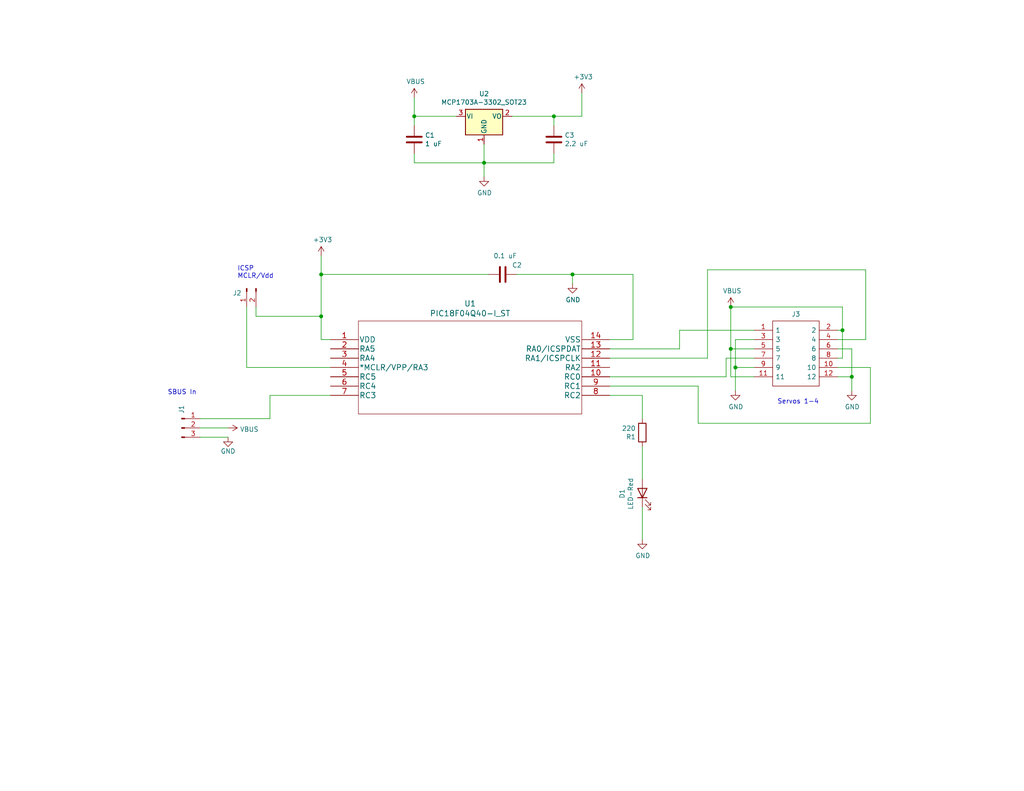
<source format=kicad_sch>
(kicad_sch (version 20211123) (generator eeschema)
  (paper "USLetter")
  (title_block (title "SBus Decoder") (rev "1.0") (company "Quantum Embedded Systems"))
  (lib_symbols
    (symbol "Connector:Conn_01x02_Male" (pin_names (offset 1.016) hide)
      (property "Reference" "J" (at 0 2.54 0))
      (property "Value" "Conn_01x02_Male" (at 0 -5.08 0))
      (symbol "Conn_01x02_Male_1_1"
        (polyline (pts (xy 1.27 -2.54) (xy 0.8636 -2.54)) (stroke (width 0.1524)))
        (polyline (pts (xy 1.27 0) (xy 0.8636 0)) (stroke (width 0.1524)))
        (rectangle (start 0.8636 -2.413) (end 0 -2.667) (stroke (width 0.1524)) (fill (type outline)))
        (rectangle (start 0.8636 0.127) (end 0 -0.127) (stroke (width 0.1524)) (fill (type outline)))
        (pin passive line (at 5.08 0 180) (length 3.81) (name "Pin_1") (number "1"))
        (pin passive line (at 5.08 -2.54 180) (length 3.81) (name "Pin_2") (number "2"))
      )
    )
    (symbol "Connector:Conn_01x03_Male" (pin_names (offset 1.016) hide)
      (property "Reference" "J" (at 0 5.08 0))
      (property "Value" "Conn_01x03_Male" (at 0 -5.08 0))
      (symbol "Conn_01x03_Male_1_1"
        (polyline (pts (xy 1.27 -2.54) (xy 0.8636 -2.54)) (stroke (width 0.1524)))
        (polyline (pts (xy 1.27 0) (xy 0.8636 0)) (stroke (width 0.1524)))
        (polyline (pts (xy 1.27 2.54) (xy 0.8636 2.54)) (stroke (width 0.1524)))
        (rectangle (start 0.8636 -2.413) (end 0 -2.667) (stroke (width 0.1524)) (fill (type outline)))
        (rectangle (start 0.8636 0.127) (end 0 -0.127) (stroke (width 0.1524)) (fill (type outline)))
        (rectangle (start 0.8636 2.667) (end 0 2.413) (stroke (width 0.1524)) (fill (type outline)))
        (pin passive line (at 5.08 2.54 180) (length 3.81) (name "Pin_1") (number "1"))
        (pin passive line (at 5.08 0 180) (length 3.81) (name "Pin_2") (number "2"))
        (pin passive line (at 5.08 -2.54 180) (length 3.81) (name "Pin_3") (number "3"))
      )
    )
    (symbol "Device:C" (pin_numbers hide) (pin_names (offset 0.254))
      (property "Reference" "C" (at 0.635 2.54 0))
      (property "Value" "C" (at 0.635 -2.54 0))
      (symbol "C_0_1"
        (polyline (pts (xy -2.032 -0.762) (xy 2.032 -0.762)) (stroke (width 0.508)))
        (polyline (pts (xy -2.032 0.762) (xy 2.032 0.762)) (stroke (width 0.508)))
      )
      (symbol "C_1_1"
        (pin passive line (at 0 3.81 270) (length 2.794) (name "~") (number "1"))
        (pin passive line (at 0 -3.81 90) (length 2.794) (name "~") (number "2"))
      )
    )
    (symbol "Device:LED" (pin_numbers hide) (pin_names (offset 1.016) hide)
      (property "Reference" "D" (at 0 2.54 0))
      (property "Value" "LED" (at 0 -2.54 0))
      (symbol "LED_0_1"
        (polyline (pts (xy -1.27 -1.27) (xy -1.27 1.27)) (stroke (width 0.254)))
        (polyline (pts (xy -1.27 0) (xy 1.27 0)))
        (polyline (pts (xy 1.27 -1.27) (xy 1.27 1.27) (xy -1.27 0) (xy 1.27 -1.27)) (stroke (width 0.254)))
        (polyline (pts (xy -3.048 -0.762) (xy -4.572 -2.286) (xy -3.81 -2.286) (xy -4.572 -2.286) (xy -4.572 -1.524)))
        (polyline (pts (xy -1.778 -0.762) (xy -3.302 -2.286) (xy -2.54 -2.286) (xy -3.302 -2.286) (xy -3.302 -1.524)))
      )
      (symbol "LED_1_1"
        (pin passive line (at -3.81 0 0) (length 2.54) (name "K") (number "1"))
        (pin passive line (at 3.81 0 180) (length 2.54) (name "A") (number "2"))
      )
    )
    (symbol "Device:R" (pin_numbers hide) (pin_names (offset 0))
      (property "Reference" "R" (at 2.032 0 90))
      (property "Value" "R" (at 0 0 90))
      (symbol "R_0_1"
        (rectangle (start -1.016 -2.54) (end 1.016 2.54) (stroke (width 0.254)))
      )
      (symbol "R_1_1"
        (pin passive line (at 0 3.81 270) (length 1.27) (name "~") (number "1"))
        (pin passive line (at 0 -3.81 90) (length 1.27) (name "~") (number "2"))
      )
    )
    (symbol "PIC18F0xQ40:PIC18F04Q40-I_ST" (pin_names (offset 0.254))
      (property "Reference" "U" (at 38.1 10.16 0))
      (property "Value" "PIC18F0xQ40_PIC18F04Q40-I_ST" (at 38.1 7.62 0))
      (symbol "PIC18F04Q40-I_ST_1_1"
        (polyline (pts (xy 7.62 -20.32) (xy 68.58 -20.32)) (stroke (width 0.127)))
        (polyline (pts (xy 7.62 5.08) (xy 7.62 -20.32)) (stroke (width 0.127)))
        (polyline (pts (xy 68.58 -20.32) (xy 68.58 5.08)) (stroke (width 0.127)))
        (polyline (pts (xy 68.58 5.08) (xy 7.62 5.08)) (stroke (width 0.127)))
        (pin power_in line (at 0 0 0) (length 7.62) (name "VDD") (number "1"))
        (pin bidirectional line (at 76.2 -10.16 180) (length 7.62) (name "RC0") (number "10"))
        (pin bidirectional line (at 76.2 -7.62 180) (length 7.62) (name "RA2") (number "11"))
        (pin bidirectional line (at 76.2 -5.08 180) (length 7.62) (name "RA1/ICSPCLK") (number "12"))
        (pin bidirectional line (at 76.2 -2.54 180) (length 7.62) (name "RA0/ICSPDAT") (number "13"))
        (pin power_in line (at 76.2 0 180) (length 7.62) (name "VSS") (number "14"))
        (pin bidirectional line (at 0 -2.54 0) (length 7.62) (name "RA5") (number "2"))
        (pin bidirectional line (at 0 -5.08 0) (length 7.62) (name "RA4") (number "3"))
        (pin bidirectional line (at 0 -7.62 0) (length 7.62) (name "*MCLR/VPP/RA3") (number "4"))
        (pin bidirectional line (at 0 -10.16 0) (length 7.62) (name "RC5") (number "5"))
        (pin bidirectional line (at 0 -12.7 0) (length 7.62) (name "RC4") (number "6"))
        (pin bidirectional line (at 0 -15.24 0) (length 7.62) (name "RC3") (number "7"))
        (pin bidirectional line (at 76.2 -15.24 180) (length 7.62) (name "RC2") (number "8"))
        (pin bidirectional line (at 76.2 -12.7 180) (length 7.62) (name "RC1") (number "9"))
      )
    )
    (symbol "Regulator_Linear:MCP1703A-3302_SOT23" (pin_names (offset 0.254))
      (property "Reference" "U" (at -3.81 3.175 0))
      (property "Value" "MCP1703A-3302_SOT23" (at 0 3.175 0))
      (symbol "MCP1703A-3302_SOT23_0_1"
        (rectangle (start -5.08 -5.08) (end 5.08 1.905) (stroke (width 0.254)) (fill (type background)))
      )
      (symbol "MCP1703A-3302_SOT23_1_1"
        (pin power_in line (at 0 -7.62 90) (length 2.54) (name "GND") (number "1"))
        (pin power_out line (at 7.62 0 180) (length 2.54) (name "VO") (number "2"))
        (pin power_in line (at -7.62 0 0) (length 2.54) (name "VI") (number "3"))
      )
    )
    (symbol "SamacSys_Parts:TSW-104-08-G-T-RA" (pin_names (offset 0.762))
      (property "Reference" "J" (at 19.05 7.62 0))
      (property "Value" "TSW-104-08-G-T-RA" (at 19.05 5.08 0))
      (symbol "TSW-104-08-G-T-RA_0_0"
        (pin passive line (at 0 0 0) (length 5.08) (name "1") (number "1"))
        (pin passive line (at 22.86 -10.16 180) (length 5.08) (name "10") (number "10"))
        (pin passive line (at 0 -12.7 0) (length 5.08) (name "11") (number "11"))
        (pin passive line (at 22.86 -12.7 180) (length 5.08) (name "12") (number "12"))
        (pin passive line (at 22.86 0 180) (length 5.08) (name "2") (number "2"))
        (pin passive line (at 0 -2.54 0) (length 5.08) (name "3") (number "3"))
        (pin passive line (at 22.86 -2.54 180) (length 5.08) (name "4") (number "4"))
        (pin passive line (at 0 -5.08 0) (length 5.08) (name "5") (number "5"))
        (pin passive line (at 22.86 -5.08 180) (length 5.08) (name "6") (number "6"))
        (pin passive line (at 0 -7.62 0) (length 5.08) (name "7") (number "7"))
        (pin passive line (at 22.86 -7.62 180) (length 5.08) (name "8") (number "8"))
        (pin passive line (at 0 -10.16 0) (length 5.08) (name "9") (number "9"))
      )
      (symbol "TSW-104-08-G-T-RA_0_1"
        (polyline (pts (xy 5.08 2.54) (xy 17.78 2.54) (xy 17.78 -15.24) (xy 5.08 -15.24) (xy 5.08 2.54)) (stroke (width 0.1524)))
      )
    )
    (symbol "power:+3.3V" (power) (pin_names (offset 0))
      (property "Value" "+3.3V" (at 0 3.556 0))
      (symbol "+3.3V_0_1"
        (polyline (pts (xy -0.762 1.27) (xy 0 2.54)))
        (polyline (pts (xy 0 0) (xy 0 2.54)))
        (polyline (pts (xy 0 2.54) (xy 0.762 1.27)))
      )
      (symbol "+3.3V_1_1"
        (pin power_in line (at 0 0 90) (length 0) hide (name "+3V3") (number "1"))
      )
    )
    (symbol "power:GND" (power) (pin_names (offset 0))
      (property "Value" "GND" (at 0 -3.81 0))
      (symbol "GND_0_1"
        (polyline (pts (xy 0 0) (xy 0 -1.27) (xy 1.27 -1.27) (xy 0 -2.54) (xy -1.27 -1.27) (xy 0 -1.27)))
      )
      (symbol "GND_1_1"
        (pin power_in line (at 0 0 270) (length 0) hide (name "GND") (number "1"))
      )
    )
    (symbol "power:VBUS" (power) (pin_names (offset 0))
      (property "Value" "VBUS" (at 0 3.81 0))
      (symbol "VBUS_0_1"
        (polyline (pts (xy -0.762 1.27) (xy 0 2.54)))
        (polyline (pts (xy 0 0) (xy 0 2.54)))
        (polyline (pts (xy 0 2.54) (xy 0.762 1.27)))
      )
      (symbol "VBUS_1_1"
        (pin power_in line (at 0 0 90) (length 0) hide (name "VBUS") (number "1"))
      )
    )
  )
  (junction (at 87.63 74.93))
  (junction (at 229.87 90.17))
  (junction (at 87.63 86.36))
  (junction (at 132.08 44.45))
  (junction (at 151.13 31.75))
  (junction (at 113.03 31.75))
  (junction (at 200.66 100.33))
  (junction (at 232.41 102.87))
  (junction (at 199.39 83.82))
  (junction (at 156.21 74.93))
  (junction (at 199.39 95.25))
  (wire (pts (xy 156.21 74.93) (xy 172.72 74.93)))
  (wire (pts (xy 90.17 92.71) (xy 87.63 92.71)))
  (wire (pts (xy 190.5 105.41) (xy 190.5 115.57)))
  (wire (pts (xy 175.26 138.43) (xy 175.26 147.32)))
  (wire (pts (xy 172.72 74.93) (xy 172.72 92.71)))
  (wire (pts (xy 232.41 95.25) (xy 232.41 102.87)))
  (wire (pts (xy 166.37 92.71) (xy 172.72 92.71)))
  (wire (pts (xy 199.39 102.87) (xy 199.39 95.25)))
  (wire (pts (xy 205.74 100.33) (xy 200.66 100.33)))
  (wire (pts (xy 113.03 44.45) (xy 132.08 44.45)))
  (wire (pts (xy 151.13 41.91) (xy 151.13 44.45)))
  (wire (pts (xy 87.63 74.93) (xy 87.63 69.85)))
  (wire (pts (xy 87.63 92.71) (xy 87.63 86.36)))
  (wire (pts (xy 67.31 83.82) (xy 67.31 100.33)))
  (wire (pts (xy 151.13 31.75) (xy 151.13 34.29)))
  (wire (pts (xy 67.31 100.33) (xy 90.17 100.33)))
  (wire (pts (xy 158.75 25.4) (xy 158.75 31.75)))
  (wire (pts (xy 151.13 44.45) (xy 132.08 44.45)))
  (wire (pts (xy 156.21 77.47) (xy 156.21 74.93)))
  (wire (pts (xy 190.5 115.57) (xy 237.49 115.57)))
  (wire (pts (xy 200.66 100.33) (xy 200.66 106.68)))
  (wire (pts (xy 166.37 105.41) (xy 190.5 105.41)))
  (wire (pts (xy 73.66 107.95) (xy 90.17 107.95)))
  (wire (pts (xy 237.49 100.33) (xy 228.6 100.33)))
  (wire (pts (xy 54.61 119.38) (xy 62.23 119.38)))
  (wire (pts (xy 205.74 95.25) (xy 199.39 95.25)))
  (wire (pts (xy 185.42 90.17) (xy 205.74 90.17)))
  (wire (pts (xy 54.61 114.3) (xy 73.66 114.3)))
  (wire (pts (xy 236.22 73.66) (xy 236.22 92.71)))
  (wire (pts (xy 166.37 102.87) (xy 198.12 102.87)))
  (wire (pts (xy 198.12 97.79) (xy 205.74 97.79)))
  (wire (pts (xy 205.74 102.87) (xy 199.39 102.87)))
  (wire (pts (xy 229.87 90.17) (xy 229.87 83.82)))
  (wire (pts (xy 113.03 41.91) (xy 113.03 44.45)))
  (wire (pts (xy 175.26 121.92) (xy 175.26 130.81)))
  (wire (pts (xy 175.26 107.95) (xy 175.26 114.3)))
  (wire (pts (xy 200.66 92.71) (xy 200.66 100.33)))
  (wire (pts (xy 54.61 116.84) (xy 62.23 116.84)))
  (wire (pts (xy 193.04 73.66) (xy 236.22 73.66)))
  (wire (pts (xy 132.08 39.37) (xy 132.08 44.45)))
  (wire (pts (xy 151.13 31.75) (xy 158.75 31.75)))
  (wire (pts (xy 228.6 102.87) (xy 232.41 102.87)))
  (wire (pts (xy 113.03 31.75) (xy 113.03 34.29)))
  (wire (pts (xy 69.85 86.36) (xy 87.63 86.36)))
  (wire (pts (xy 193.04 97.79) (xy 193.04 73.66)))
  (wire (pts (xy 228.6 97.79) (xy 229.87 97.79)))
  (wire (pts (xy 139.7 31.75) (xy 151.13 31.75)))
  (wire (pts (xy 87.63 86.36) (xy 87.63 74.93)))
  (wire (pts (xy 124.46 31.75) (xy 113.03 31.75)))
  (wire (pts (xy 228.6 95.25) (xy 232.41 95.25)))
  (wire (pts (xy 199.39 95.25) (xy 199.39 83.82)))
  (wire (pts (xy 166.37 97.79) (xy 193.04 97.79)))
  (wire (pts (xy 87.63 74.93) (xy 133.35 74.93)))
  (wire (pts (xy 132.08 44.45) (xy 132.08 48.26)))
  (wire (pts (xy 185.42 95.25) (xy 185.42 90.17)))
  (wire (pts (xy 205.74 92.71) (xy 200.66 92.71)))
  (wire (pts (xy 69.85 86.36) (xy 69.85 83.82)))
  (wire (pts (xy 73.66 114.3) (xy 73.66 107.95)))
  (wire (pts (xy 236.22 92.71) (xy 228.6 92.71)))
  (wire (pts (xy 198.12 102.87) (xy 198.12 97.79)))
  (wire (pts (xy 166.37 95.25) (xy 185.42 95.25)))
  (wire (pts (xy 228.6 90.17) (xy 229.87 90.17)))
  (wire (pts (xy 229.87 83.82) (xy 199.39 83.82)))
  (wire (pts (xy 237.49 115.57) (xy 237.49 100.33)))
  (wire (pts (xy 113.03 31.75) (xy 113.03 26.67)))
  (wire (pts (xy 229.87 97.79) (xy 229.87 90.17)))
  (wire (pts (xy 232.41 102.87) (xy 232.41 106.68)))
  (wire (pts (xy 140.97 74.93) (xy 156.21 74.93)))
  (wire (pts (xy 166.37 107.95) (xy 175.26 107.95)))
  (text "ICSP \nMCLR/Vdd" (at 64.77 76.2 0) (effects (font (size 1.27 1.27)) (justify left bottom)))
  (text "SBUS In" (at 45.72 107.95 0) (effects (font (size 1.27 1.27)) (justify left bottom)))
  (text "Servos 1-4" (at 212.09 110.49 0) (effects (font (size 1.27 1.27)) (justify left bottom)))
  (symbol (lib_id "Connector:Conn_01x03_Male") (at 49.53 116.84 0) (unit 1)
    (property "Reference" "J1" (at 49.53 111.76 90))
    (property "Value" "Conn_01x03_Male" (effects hide))
    (property "Footprint" "Connector_PinHeader_2.54mm:PinHeader_1x03_P2.54mm_Vertical" (effects hide))
  )
  (symbol (lib_id "Device:C") (at 113.03 38.1 0) (unit 1)
    (property "Reference" "C1" (at 115.951 36.9316 0) (effects (justify left)))
    (property "Value" "1 uF" (at 115.951 39.243 0) (effects (justify left)))
    (property "Footprint" "Capacitor_SMD:C_0603_1608Metric" (effects hide))
  )
  (symbol (lib_id "Device:LED") (at 175.26 134.62 90) (unit 1)
    (property "Reference" "D1" (at 169.7482 134.7978 0))
    (property "Value" "LED-Red" (at 172.0596 134.7978 0))
    (property "Footprint" "LED_SMD:LED_0603_1608Metric" (effects hide))
  )
  (symbol (lib_id "Device:R") (at 175.26 118.11 180) (unit 1)
    (property "Reference" "R1" (at 173.482 119.2784 0) (effects (justify left)))
    (property "Value" "220" (at 173.482 116.967 0) (effects (justify left)))
    (property "Footprint" "Resistor_SMD:R_0603_1608Metric" (effects hide))
  )
  (symbol (lib_id "power:GND") (at 200.66 106.68 0) (unit 1)
    (property "Reference" "#PWR010" (effects hide))
    (property "Value" "GND" (at 200.787 111.0742 0))
  )
  (symbol (lib_id "Device:C") (at 151.13 38.1 0) (unit 1)
    (property "Reference" "C3" (at 154.051 36.9316 0) (effects (justify left)))
    (property "Value" "2.2 uF" (at 154.051 39.243 0) (effects (justify left)))
    (property "Footprint" "Capacitor_SMD:C_0603_1608Metric" (effects hide))
  )
  (symbol (lib_id "Device:C") (at 137.16 74.93 270) (unit 1)
    (property "Reference" "C2" (at 139.7 72.39 90) (effects (justify left)))
    (property "Value" "0.1 uF" (at 134.62 69.85 90) (effects (justify left)))
    (property "Footprint" "Capacitor_SMD:C_0603_1608Metric" (effects hide))
  )
  (symbol (lib_id "power:GND") (at 156.21 77.47 0) (unit 1)
    (property "Reference" "#PWR06" (effects hide))
    (property "Value" "GND" (at 156.337 81.8642 0))
  )
  (symbol (lib_id "power:GND") (at 132.08 48.26 0) (unit 1)
    (property "Reference" "#PWR05" (effects hide))
    (property "Value" "GND" (at 132.207 52.6542 0))
  )
  (symbol (lib_id "power:VBUS") (at 199.39 83.82 0) (unit 1)
    (property "Reference" "#PWR09" (effects hide))
    (property "Value" "VBUS" (at 199.771 79.4258 0))
  )
  (symbol (lib_id "power:VBUS") (at 62.23 116.84 270) (unit 1)
    (property "Reference" "#PWR01" (effects hide))
    (property "Value" "VBUS" (at 65.4558 117.221 90) (effects (justify left)))
  )
  (symbol (lib_id "power:GND") (at 175.26 147.32 0) (unit 1)
    (property "Reference" "#PWR08" (effects hide))
    (property "Value" "GND" (at 175.387 151.7142 0))
  )
  (symbol (lib_id "power:VBUS") (at 113.03 26.67 0) (unit 1)
    (property "Reference" "#PWR04" (effects hide))
    (property "Value" "VBUS" (at 113.411 22.2758 0))
  )
  (symbol (lib_id "power:+3.3V") (at 158.75 25.4 0) (unit 1)
    (property "Reference" "#PWR07" (effects hide))
    (property "Value" "+3.3V" (at 159.131 21.0058 0))
  )
  (symbol (lib_id "power:+3.3V") (at 87.63 69.85 0) (unit 1)
    (property "Reference" "#PWR03" (effects hide))
    (property "Value" "+3.3V" (at 88.011 65.4558 0))
  )
  (symbol (lib_id "Regulator_Linear:MCP1703A-3302_SOT23") (at 132.08 31.75 0) (unit 1)
    (property "Reference" "U2" (at 132.08 25.6032 0))
    (property "Value" "MCP1703A-3302_SOT23" (at 132.08 27.9146 0))
    (property "Footprint" "Package_TO_SOT_SMD:SOT-23" (effects hide))
    (property "Datasheet" "http://ww1.microchip.com/downloads/en/DeviceDoc/20005122B.pdf" (effects hide))
  )
  (symbol (lib_id "power:GND") (at 62.23 119.38 0) (unit 1)
    (property "Reference" "#PWR02" (effects hide))
    (property "Value" "GND" (at 62.23 123.19 0))
  )
  (symbol (lib_id "PIC18F0xQ40:PIC18F04Q40-I_ST") (at 90.17 92.71 0) (unit 1)
    (property "Reference" "U1" (at 128.27 82.8802 0) (effects (font (size 1.524 1.524))))
    (property "Value" "PIC18F04Q40-I_ST" (at 128.27 85.5726 0) (effects (font (size 1.524 1.524))))
    (property "Footprint" "PIC18F0xQ40:PIC18F04Q40-I&slash_ST" (effects hide))
  )
  (symbol (lib_id "SamacSys_Parts:TSW-104-08-G-T-RA") (at 205.74 90.17 0) (unit 1)
    (property "Reference" "J3" (at 217.17 85.7758 0))
    (property "Value" "TSW-104-08-G-T-RA" (effects hide))
    (property "Footprint" "HDRRA12W64P254_3X4_1016X254X810P" (effects hide))
    (property "Datasheet" "http://suddendocs.samtec.com/catalog_english/tsw_th.pdf" (effects hide))
    (property "Description" "CONN HEADER 12 POS .100\"" (effects hide))
    (property "Height" "8.1" (effects hide))
    (property "Mouser Part Number" "200-TSW10408GTRA" (effects hide))
    (property "Mouser Price/Stock" "https://www.mouser.co.uk/ProductDetail/Samtec/TSW-104-08-G-T-RA?qs=rU5fayqh%252BE1gavtOYeKUlQ%3D%3D" (effects hide))
    (property "Manufacturer_Name" "SAMTEC" (effects hide))
    (property "Manufacturer_Part_Number" "TSW-104-08-G-T-RA" (effects hide))
  )
  (symbol (lib_id "Connector:Conn_01x02_Male") (at 67.31 78.74 90) (mirror x) (unit 1)
    (property "Reference" "J2" (at 63.5 80.01 90) (effects (justify right)))
    (property "Value" "Conn_01x02_Male" (effects hide))
    (property "Footprint" "Connector_PinHeader_2.54mm:PinHeader_1x02_P2.54mm_Vertical" (effects hide))
  )
  (symbol (lib_id "power:GND") (at 232.41 106.68 0) (unit 1)
    (property "Reference" "#PWR011" (effects hide))
    (property "Value" "GND" (at 232.537 111.0742 0))
  )
)
</source>
